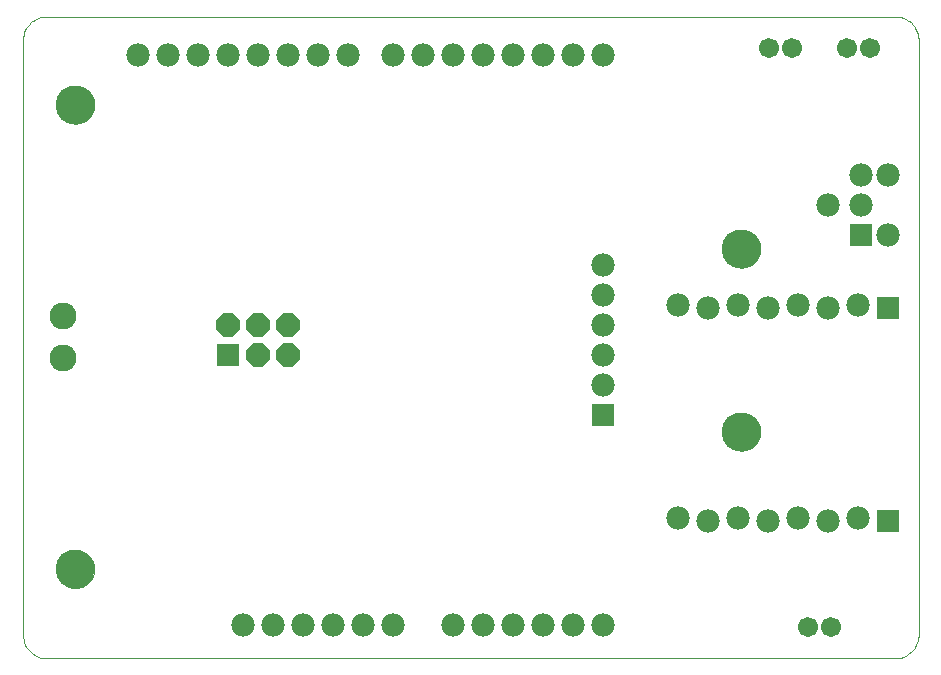
<source format=gbs>
G75*
%MOIN*%
%OFA0B0*%
%FSLAX25Y25*%
%IPPOS*%
%LPD*%
%AMOC8*
5,1,8,0,0,1.08239X$1,22.5*
%
%ADD10C,0.00394*%
%ADD11C,0.00000*%
%ADD12C,0.12998*%
%ADD13R,0.07800X0.07800*%
%ADD14OC8,0.07800*%
%ADD15C,0.07800*%
%ADD16C,0.09000*%
%ADD17C,0.06699*%
D10*
X0012314Y0008797D02*
X0011600Y0009511D01*
X0011277Y0009901D01*
X0010993Y0010321D01*
X0010710Y0010740D01*
X0010465Y0011187D01*
X0010065Y0012128D01*
X0009910Y0012622D01*
X0009805Y0013133D01*
X0009699Y0013645D01*
X0009644Y0014174D01*
X0009644Y0213440D01*
X0009699Y0213969D01*
X0009805Y0214481D01*
X0009910Y0214992D01*
X0010065Y0215486D01*
X0010465Y0216427D01*
X0010710Y0216874D01*
X0010993Y0217294D01*
X0011277Y0217713D01*
X0011600Y0218103D01*
X0012314Y0218817D01*
X0012704Y0219140D01*
X0013123Y0219424D01*
X0013542Y0219707D01*
X0013990Y0219952D01*
X0014931Y0220352D01*
X0015425Y0220507D01*
X0015936Y0220612D01*
X0016448Y0220718D01*
X0016977Y0220773D01*
X0300832Y0220773D01*
X0301361Y0220718D01*
X0301872Y0220612D01*
X0302383Y0220507D01*
X0302877Y0220352D01*
X0303818Y0219952D01*
X0304266Y0219707D01*
X0304685Y0219424D01*
X0305104Y0219140D01*
X0305495Y0218817D01*
X0306208Y0218103D01*
X0306531Y0217713D01*
X0306815Y0217294D01*
X0307099Y0216874D01*
X0307343Y0216427D01*
X0307743Y0215486D01*
X0307898Y0214992D01*
X0308004Y0214481D01*
X0308109Y0213969D01*
X0308164Y0213440D01*
X0308164Y0014174D01*
X0308109Y0013645D01*
X0308004Y0013133D01*
X0307898Y0012622D01*
X0307743Y0012128D01*
X0307343Y0011187D01*
X0307099Y0010740D01*
X0306815Y0010321D01*
X0306531Y0009901D01*
X0306208Y0009511D01*
X0305495Y0008797D01*
X0305104Y0008474D01*
X0304685Y0008191D01*
X0304266Y0007907D01*
X0303818Y0007662D01*
X0302877Y0007262D01*
X0302383Y0007107D01*
X0301872Y0007002D01*
X0301361Y0006896D01*
X0300832Y0006841D01*
X0016977Y0006841D01*
X0016448Y0006896D01*
X0015936Y0007002D01*
X0015425Y0007107D01*
X0014931Y0007262D01*
X0013990Y0007662D01*
X0013542Y0007907D01*
X0013123Y0008191D01*
X0012704Y0008474D01*
X0012314Y0008797D01*
D11*
X0020801Y0036600D02*
X0020803Y0036758D01*
X0020809Y0036916D01*
X0020819Y0037074D01*
X0020833Y0037232D01*
X0020851Y0037389D01*
X0020872Y0037546D01*
X0020898Y0037702D01*
X0020928Y0037858D01*
X0020961Y0038013D01*
X0020999Y0038166D01*
X0021040Y0038319D01*
X0021085Y0038471D01*
X0021134Y0038622D01*
X0021187Y0038771D01*
X0021243Y0038919D01*
X0021303Y0039065D01*
X0021367Y0039210D01*
X0021435Y0039353D01*
X0021506Y0039495D01*
X0021580Y0039635D01*
X0021658Y0039772D01*
X0021740Y0039908D01*
X0021824Y0040042D01*
X0021913Y0040173D01*
X0022004Y0040302D01*
X0022099Y0040429D01*
X0022196Y0040554D01*
X0022297Y0040676D01*
X0022401Y0040795D01*
X0022508Y0040912D01*
X0022618Y0041026D01*
X0022731Y0041137D01*
X0022846Y0041246D01*
X0022964Y0041351D01*
X0023085Y0041453D01*
X0023208Y0041553D01*
X0023334Y0041649D01*
X0023462Y0041742D01*
X0023592Y0041832D01*
X0023725Y0041918D01*
X0023860Y0042002D01*
X0023996Y0042081D01*
X0024135Y0042158D01*
X0024276Y0042230D01*
X0024418Y0042300D01*
X0024562Y0042365D01*
X0024708Y0042427D01*
X0024855Y0042485D01*
X0025004Y0042540D01*
X0025154Y0042591D01*
X0025305Y0042638D01*
X0025457Y0042681D01*
X0025610Y0042720D01*
X0025765Y0042756D01*
X0025920Y0042787D01*
X0026076Y0042815D01*
X0026232Y0042839D01*
X0026389Y0042859D01*
X0026547Y0042875D01*
X0026704Y0042887D01*
X0026863Y0042895D01*
X0027021Y0042899D01*
X0027179Y0042899D01*
X0027337Y0042895D01*
X0027496Y0042887D01*
X0027653Y0042875D01*
X0027811Y0042859D01*
X0027968Y0042839D01*
X0028124Y0042815D01*
X0028280Y0042787D01*
X0028435Y0042756D01*
X0028590Y0042720D01*
X0028743Y0042681D01*
X0028895Y0042638D01*
X0029046Y0042591D01*
X0029196Y0042540D01*
X0029345Y0042485D01*
X0029492Y0042427D01*
X0029638Y0042365D01*
X0029782Y0042300D01*
X0029924Y0042230D01*
X0030065Y0042158D01*
X0030204Y0042081D01*
X0030340Y0042002D01*
X0030475Y0041918D01*
X0030608Y0041832D01*
X0030738Y0041742D01*
X0030866Y0041649D01*
X0030992Y0041553D01*
X0031115Y0041453D01*
X0031236Y0041351D01*
X0031354Y0041246D01*
X0031469Y0041137D01*
X0031582Y0041026D01*
X0031692Y0040912D01*
X0031799Y0040795D01*
X0031903Y0040676D01*
X0032004Y0040554D01*
X0032101Y0040429D01*
X0032196Y0040302D01*
X0032287Y0040173D01*
X0032376Y0040042D01*
X0032460Y0039908D01*
X0032542Y0039772D01*
X0032620Y0039635D01*
X0032694Y0039495D01*
X0032765Y0039353D01*
X0032833Y0039210D01*
X0032897Y0039065D01*
X0032957Y0038919D01*
X0033013Y0038771D01*
X0033066Y0038622D01*
X0033115Y0038471D01*
X0033160Y0038319D01*
X0033201Y0038166D01*
X0033239Y0038013D01*
X0033272Y0037858D01*
X0033302Y0037702D01*
X0033328Y0037546D01*
X0033349Y0037389D01*
X0033367Y0037232D01*
X0033381Y0037074D01*
X0033391Y0036916D01*
X0033397Y0036758D01*
X0033399Y0036600D01*
X0033397Y0036442D01*
X0033391Y0036284D01*
X0033381Y0036126D01*
X0033367Y0035968D01*
X0033349Y0035811D01*
X0033328Y0035654D01*
X0033302Y0035498D01*
X0033272Y0035342D01*
X0033239Y0035187D01*
X0033201Y0035034D01*
X0033160Y0034881D01*
X0033115Y0034729D01*
X0033066Y0034578D01*
X0033013Y0034429D01*
X0032957Y0034281D01*
X0032897Y0034135D01*
X0032833Y0033990D01*
X0032765Y0033847D01*
X0032694Y0033705D01*
X0032620Y0033565D01*
X0032542Y0033428D01*
X0032460Y0033292D01*
X0032376Y0033158D01*
X0032287Y0033027D01*
X0032196Y0032898D01*
X0032101Y0032771D01*
X0032004Y0032646D01*
X0031903Y0032524D01*
X0031799Y0032405D01*
X0031692Y0032288D01*
X0031582Y0032174D01*
X0031469Y0032063D01*
X0031354Y0031954D01*
X0031236Y0031849D01*
X0031115Y0031747D01*
X0030992Y0031647D01*
X0030866Y0031551D01*
X0030738Y0031458D01*
X0030608Y0031368D01*
X0030475Y0031282D01*
X0030340Y0031198D01*
X0030204Y0031119D01*
X0030065Y0031042D01*
X0029924Y0030970D01*
X0029782Y0030900D01*
X0029638Y0030835D01*
X0029492Y0030773D01*
X0029345Y0030715D01*
X0029196Y0030660D01*
X0029046Y0030609D01*
X0028895Y0030562D01*
X0028743Y0030519D01*
X0028590Y0030480D01*
X0028435Y0030444D01*
X0028280Y0030413D01*
X0028124Y0030385D01*
X0027968Y0030361D01*
X0027811Y0030341D01*
X0027653Y0030325D01*
X0027496Y0030313D01*
X0027337Y0030305D01*
X0027179Y0030301D01*
X0027021Y0030301D01*
X0026863Y0030305D01*
X0026704Y0030313D01*
X0026547Y0030325D01*
X0026389Y0030341D01*
X0026232Y0030361D01*
X0026076Y0030385D01*
X0025920Y0030413D01*
X0025765Y0030444D01*
X0025610Y0030480D01*
X0025457Y0030519D01*
X0025305Y0030562D01*
X0025154Y0030609D01*
X0025004Y0030660D01*
X0024855Y0030715D01*
X0024708Y0030773D01*
X0024562Y0030835D01*
X0024418Y0030900D01*
X0024276Y0030970D01*
X0024135Y0031042D01*
X0023996Y0031119D01*
X0023860Y0031198D01*
X0023725Y0031282D01*
X0023592Y0031368D01*
X0023462Y0031458D01*
X0023334Y0031551D01*
X0023208Y0031647D01*
X0023085Y0031747D01*
X0022964Y0031849D01*
X0022846Y0031954D01*
X0022731Y0032063D01*
X0022618Y0032174D01*
X0022508Y0032288D01*
X0022401Y0032405D01*
X0022297Y0032524D01*
X0022196Y0032646D01*
X0022099Y0032771D01*
X0022004Y0032898D01*
X0021913Y0033027D01*
X0021824Y0033158D01*
X0021740Y0033292D01*
X0021658Y0033428D01*
X0021580Y0033565D01*
X0021506Y0033705D01*
X0021435Y0033847D01*
X0021367Y0033990D01*
X0021303Y0034135D01*
X0021243Y0034281D01*
X0021187Y0034429D01*
X0021134Y0034578D01*
X0021085Y0034729D01*
X0021040Y0034881D01*
X0020999Y0035034D01*
X0020961Y0035187D01*
X0020928Y0035342D01*
X0020898Y0035498D01*
X0020872Y0035654D01*
X0020851Y0035811D01*
X0020833Y0035968D01*
X0020819Y0036126D01*
X0020809Y0036284D01*
X0020803Y0036442D01*
X0020801Y0036600D01*
X0020801Y0191400D02*
X0020803Y0191558D01*
X0020809Y0191716D01*
X0020819Y0191874D01*
X0020833Y0192032D01*
X0020851Y0192189D01*
X0020872Y0192346D01*
X0020898Y0192502D01*
X0020928Y0192658D01*
X0020961Y0192813D01*
X0020999Y0192966D01*
X0021040Y0193119D01*
X0021085Y0193271D01*
X0021134Y0193422D01*
X0021187Y0193571D01*
X0021243Y0193719D01*
X0021303Y0193865D01*
X0021367Y0194010D01*
X0021435Y0194153D01*
X0021506Y0194295D01*
X0021580Y0194435D01*
X0021658Y0194572D01*
X0021740Y0194708D01*
X0021824Y0194842D01*
X0021913Y0194973D01*
X0022004Y0195102D01*
X0022099Y0195229D01*
X0022196Y0195354D01*
X0022297Y0195476D01*
X0022401Y0195595D01*
X0022508Y0195712D01*
X0022618Y0195826D01*
X0022731Y0195937D01*
X0022846Y0196046D01*
X0022964Y0196151D01*
X0023085Y0196253D01*
X0023208Y0196353D01*
X0023334Y0196449D01*
X0023462Y0196542D01*
X0023592Y0196632D01*
X0023725Y0196718D01*
X0023860Y0196802D01*
X0023996Y0196881D01*
X0024135Y0196958D01*
X0024276Y0197030D01*
X0024418Y0197100D01*
X0024562Y0197165D01*
X0024708Y0197227D01*
X0024855Y0197285D01*
X0025004Y0197340D01*
X0025154Y0197391D01*
X0025305Y0197438D01*
X0025457Y0197481D01*
X0025610Y0197520D01*
X0025765Y0197556D01*
X0025920Y0197587D01*
X0026076Y0197615D01*
X0026232Y0197639D01*
X0026389Y0197659D01*
X0026547Y0197675D01*
X0026704Y0197687D01*
X0026863Y0197695D01*
X0027021Y0197699D01*
X0027179Y0197699D01*
X0027337Y0197695D01*
X0027496Y0197687D01*
X0027653Y0197675D01*
X0027811Y0197659D01*
X0027968Y0197639D01*
X0028124Y0197615D01*
X0028280Y0197587D01*
X0028435Y0197556D01*
X0028590Y0197520D01*
X0028743Y0197481D01*
X0028895Y0197438D01*
X0029046Y0197391D01*
X0029196Y0197340D01*
X0029345Y0197285D01*
X0029492Y0197227D01*
X0029638Y0197165D01*
X0029782Y0197100D01*
X0029924Y0197030D01*
X0030065Y0196958D01*
X0030204Y0196881D01*
X0030340Y0196802D01*
X0030475Y0196718D01*
X0030608Y0196632D01*
X0030738Y0196542D01*
X0030866Y0196449D01*
X0030992Y0196353D01*
X0031115Y0196253D01*
X0031236Y0196151D01*
X0031354Y0196046D01*
X0031469Y0195937D01*
X0031582Y0195826D01*
X0031692Y0195712D01*
X0031799Y0195595D01*
X0031903Y0195476D01*
X0032004Y0195354D01*
X0032101Y0195229D01*
X0032196Y0195102D01*
X0032287Y0194973D01*
X0032376Y0194842D01*
X0032460Y0194708D01*
X0032542Y0194572D01*
X0032620Y0194435D01*
X0032694Y0194295D01*
X0032765Y0194153D01*
X0032833Y0194010D01*
X0032897Y0193865D01*
X0032957Y0193719D01*
X0033013Y0193571D01*
X0033066Y0193422D01*
X0033115Y0193271D01*
X0033160Y0193119D01*
X0033201Y0192966D01*
X0033239Y0192813D01*
X0033272Y0192658D01*
X0033302Y0192502D01*
X0033328Y0192346D01*
X0033349Y0192189D01*
X0033367Y0192032D01*
X0033381Y0191874D01*
X0033391Y0191716D01*
X0033397Y0191558D01*
X0033399Y0191400D01*
X0033397Y0191242D01*
X0033391Y0191084D01*
X0033381Y0190926D01*
X0033367Y0190768D01*
X0033349Y0190611D01*
X0033328Y0190454D01*
X0033302Y0190298D01*
X0033272Y0190142D01*
X0033239Y0189987D01*
X0033201Y0189834D01*
X0033160Y0189681D01*
X0033115Y0189529D01*
X0033066Y0189378D01*
X0033013Y0189229D01*
X0032957Y0189081D01*
X0032897Y0188935D01*
X0032833Y0188790D01*
X0032765Y0188647D01*
X0032694Y0188505D01*
X0032620Y0188365D01*
X0032542Y0188228D01*
X0032460Y0188092D01*
X0032376Y0187958D01*
X0032287Y0187827D01*
X0032196Y0187698D01*
X0032101Y0187571D01*
X0032004Y0187446D01*
X0031903Y0187324D01*
X0031799Y0187205D01*
X0031692Y0187088D01*
X0031582Y0186974D01*
X0031469Y0186863D01*
X0031354Y0186754D01*
X0031236Y0186649D01*
X0031115Y0186547D01*
X0030992Y0186447D01*
X0030866Y0186351D01*
X0030738Y0186258D01*
X0030608Y0186168D01*
X0030475Y0186082D01*
X0030340Y0185998D01*
X0030204Y0185919D01*
X0030065Y0185842D01*
X0029924Y0185770D01*
X0029782Y0185700D01*
X0029638Y0185635D01*
X0029492Y0185573D01*
X0029345Y0185515D01*
X0029196Y0185460D01*
X0029046Y0185409D01*
X0028895Y0185362D01*
X0028743Y0185319D01*
X0028590Y0185280D01*
X0028435Y0185244D01*
X0028280Y0185213D01*
X0028124Y0185185D01*
X0027968Y0185161D01*
X0027811Y0185141D01*
X0027653Y0185125D01*
X0027496Y0185113D01*
X0027337Y0185105D01*
X0027179Y0185101D01*
X0027021Y0185101D01*
X0026863Y0185105D01*
X0026704Y0185113D01*
X0026547Y0185125D01*
X0026389Y0185141D01*
X0026232Y0185161D01*
X0026076Y0185185D01*
X0025920Y0185213D01*
X0025765Y0185244D01*
X0025610Y0185280D01*
X0025457Y0185319D01*
X0025305Y0185362D01*
X0025154Y0185409D01*
X0025004Y0185460D01*
X0024855Y0185515D01*
X0024708Y0185573D01*
X0024562Y0185635D01*
X0024418Y0185700D01*
X0024276Y0185770D01*
X0024135Y0185842D01*
X0023996Y0185919D01*
X0023860Y0185998D01*
X0023725Y0186082D01*
X0023592Y0186168D01*
X0023462Y0186258D01*
X0023334Y0186351D01*
X0023208Y0186447D01*
X0023085Y0186547D01*
X0022964Y0186649D01*
X0022846Y0186754D01*
X0022731Y0186863D01*
X0022618Y0186974D01*
X0022508Y0187088D01*
X0022401Y0187205D01*
X0022297Y0187324D01*
X0022196Y0187446D01*
X0022099Y0187571D01*
X0022004Y0187698D01*
X0021913Y0187827D01*
X0021824Y0187958D01*
X0021740Y0188092D01*
X0021658Y0188228D01*
X0021580Y0188365D01*
X0021506Y0188505D01*
X0021435Y0188647D01*
X0021367Y0188790D01*
X0021303Y0188935D01*
X0021243Y0189081D01*
X0021187Y0189229D01*
X0021134Y0189378D01*
X0021085Y0189529D01*
X0021040Y0189681D01*
X0020999Y0189834D01*
X0020961Y0189987D01*
X0020928Y0190142D01*
X0020898Y0190298D01*
X0020872Y0190454D01*
X0020851Y0190611D01*
X0020833Y0190768D01*
X0020819Y0190926D01*
X0020809Y0191084D01*
X0020803Y0191242D01*
X0020801Y0191400D01*
X0242801Y0143400D02*
X0242803Y0143558D01*
X0242809Y0143716D01*
X0242819Y0143874D01*
X0242833Y0144032D01*
X0242851Y0144189D01*
X0242872Y0144346D01*
X0242898Y0144502D01*
X0242928Y0144658D01*
X0242961Y0144813D01*
X0242999Y0144966D01*
X0243040Y0145119D01*
X0243085Y0145271D01*
X0243134Y0145422D01*
X0243187Y0145571D01*
X0243243Y0145719D01*
X0243303Y0145865D01*
X0243367Y0146010D01*
X0243435Y0146153D01*
X0243506Y0146295D01*
X0243580Y0146435D01*
X0243658Y0146572D01*
X0243740Y0146708D01*
X0243824Y0146842D01*
X0243913Y0146973D01*
X0244004Y0147102D01*
X0244099Y0147229D01*
X0244196Y0147354D01*
X0244297Y0147476D01*
X0244401Y0147595D01*
X0244508Y0147712D01*
X0244618Y0147826D01*
X0244731Y0147937D01*
X0244846Y0148046D01*
X0244964Y0148151D01*
X0245085Y0148253D01*
X0245208Y0148353D01*
X0245334Y0148449D01*
X0245462Y0148542D01*
X0245592Y0148632D01*
X0245725Y0148718D01*
X0245860Y0148802D01*
X0245996Y0148881D01*
X0246135Y0148958D01*
X0246276Y0149030D01*
X0246418Y0149100D01*
X0246562Y0149165D01*
X0246708Y0149227D01*
X0246855Y0149285D01*
X0247004Y0149340D01*
X0247154Y0149391D01*
X0247305Y0149438D01*
X0247457Y0149481D01*
X0247610Y0149520D01*
X0247765Y0149556D01*
X0247920Y0149587D01*
X0248076Y0149615D01*
X0248232Y0149639D01*
X0248389Y0149659D01*
X0248547Y0149675D01*
X0248704Y0149687D01*
X0248863Y0149695D01*
X0249021Y0149699D01*
X0249179Y0149699D01*
X0249337Y0149695D01*
X0249496Y0149687D01*
X0249653Y0149675D01*
X0249811Y0149659D01*
X0249968Y0149639D01*
X0250124Y0149615D01*
X0250280Y0149587D01*
X0250435Y0149556D01*
X0250590Y0149520D01*
X0250743Y0149481D01*
X0250895Y0149438D01*
X0251046Y0149391D01*
X0251196Y0149340D01*
X0251345Y0149285D01*
X0251492Y0149227D01*
X0251638Y0149165D01*
X0251782Y0149100D01*
X0251924Y0149030D01*
X0252065Y0148958D01*
X0252204Y0148881D01*
X0252340Y0148802D01*
X0252475Y0148718D01*
X0252608Y0148632D01*
X0252738Y0148542D01*
X0252866Y0148449D01*
X0252992Y0148353D01*
X0253115Y0148253D01*
X0253236Y0148151D01*
X0253354Y0148046D01*
X0253469Y0147937D01*
X0253582Y0147826D01*
X0253692Y0147712D01*
X0253799Y0147595D01*
X0253903Y0147476D01*
X0254004Y0147354D01*
X0254101Y0147229D01*
X0254196Y0147102D01*
X0254287Y0146973D01*
X0254376Y0146842D01*
X0254460Y0146708D01*
X0254542Y0146572D01*
X0254620Y0146435D01*
X0254694Y0146295D01*
X0254765Y0146153D01*
X0254833Y0146010D01*
X0254897Y0145865D01*
X0254957Y0145719D01*
X0255013Y0145571D01*
X0255066Y0145422D01*
X0255115Y0145271D01*
X0255160Y0145119D01*
X0255201Y0144966D01*
X0255239Y0144813D01*
X0255272Y0144658D01*
X0255302Y0144502D01*
X0255328Y0144346D01*
X0255349Y0144189D01*
X0255367Y0144032D01*
X0255381Y0143874D01*
X0255391Y0143716D01*
X0255397Y0143558D01*
X0255399Y0143400D01*
X0255397Y0143242D01*
X0255391Y0143084D01*
X0255381Y0142926D01*
X0255367Y0142768D01*
X0255349Y0142611D01*
X0255328Y0142454D01*
X0255302Y0142298D01*
X0255272Y0142142D01*
X0255239Y0141987D01*
X0255201Y0141834D01*
X0255160Y0141681D01*
X0255115Y0141529D01*
X0255066Y0141378D01*
X0255013Y0141229D01*
X0254957Y0141081D01*
X0254897Y0140935D01*
X0254833Y0140790D01*
X0254765Y0140647D01*
X0254694Y0140505D01*
X0254620Y0140365D01*
X0254542Y0140228D01*
X0254460Y0140092D01*
X0254376Y0139958D01*
X0254287Y0139827D01*
X0254196Y0139698D01*
X0254101Y0139571D01*
X0254004Y0139446D01*
X0253903Y0139324D01*
X0253799Y0139205D01*
X0253692Y0139088D01*
X0253582Y0138974D01*
X0253469Y0138863D01*
X0253354Y0138754D01*
X0253236Y0138649D01*
X0253115Y0138547D01*
X0252992Y0138447D01*
X0252866Y0138351D01*
X0252738Y0138258D01*
X0252608Y0138168D01*
X0252475Y0138082D01*
X0252340Y0137998D01*
X0252204Y0137919D01*
X0252065Y0137842D01*
X0251924Y0137770D01*
X0251782Y0137700D01*
X0251638Y0137635D01*
X0251492Y0137573D01*
X0251345Y0137515D01*
X0251196Y0137460D01*
X0251046Y0137409D01*
X0250895Y0137362D01*
X0250743Y0137319D01*
X0250590Y0137280D01*
X0250435Y0137244D01*
X0250280Y0137213D01*
X0250124Y0137185D01*
X0249968Y0137161D01*
X0249811Y0137141D01*
X0249653Y0137125D01*
X0249496Y0137113D01*
X0249337Y0137105D01*
X0249179Y0137101D01*
X0249021Y0137101D01*
X0248863Y0137105D01*
X0248704Y0137113D01*
X0248547Y0137125D01*
X0248389Y0137141D01*
X0248232Y0137161D01*
X0248076Y0137185D01*
X0247920Y0137213D01*
X0247765Y0137244D01*
X0247610Y0137280D01*
X0247457Y0137319D01*
X0247305Y0137362D01*
X0247154Y0137409D01*
X0247004Y0137460D01*
X0246855Y0137515D01*
X0246708Y0137573D01*
X0246562Y0137635D01*
X0246418Y0137700D01*
X0246276Y0137770D01*
X0246135Y0137842D01*
X0245996Y0137919D01*
X0245860Y0137998D01*
X0245725Y0138082D01*
X0245592Y0138168D01*
X0245462Y0138258D01*
X0245334Y0138351D01*
X0245208Y0138447D01*
X0245085Y0138547D01*
X0244964Y0138649D01*
X0244846Y0138754D01*
X0244731Y0138863D01*
X0244618Y0138974D01*
X0244508Y0139088D01*
X0244401Y0139205D01*
X0244297Y0139324D01*
X0244196Y0139446D01*
X0244099Y0139571D01*
X0244004Y0139698D01*
X0243913Y0139827D01*
X0243824Y0139958D01*
X0243740Y0140092D01*
X0243658Y0140228D01*
X0243580Y0140365D01*
X0243506Y0140505D01*
X0243435Y0140647D01*
X0243367Y0140790D01*
X0243303Y0140935D01*
X0243243Y0141081D01*
X0243187Y0141229D01*
X0243134Y0141378D01*
X0243085Y0141529D01*
X0243040Y0141681D01*
X0242999Y0141834D01*
X0242961Y0141987D01*
X0242928Y0142142D01*
X0242898Y0142298D01*
X0242872Y0142454D01*
X0242851Y0142611D01*
X0242833Y0142768D01*
X0242819Y0142926D01*
X0242809Y0143084D01*
X0242803Y0143242D01*
X0242801Y0143400D01*
X0242801Y0082400D02*
X0242803Y0082558D01*
X0242809Y0082716D01*
X0242819Y0082874D01*
X0242833Y0083032D01*
X0242851Y0083189D01*
X0242872Y0083346D01*
X0242898Y0083502D01*
X0242928Y0083658D01*
X0242961Y0083813D01*
X0242999Y0083966D01*
X0243040Y0084119D01*
X0243085Y0084271D01*
X0243134Y0084422D01*
X0243187Y0084571D01*
X0243243Y0084719D01*
X0243303Y0084865D01*
X0243367Y0085010D01*
X0243435Y0085153D01*
X0243506Y0085295D01*
X0243580Y0085435D01*
X0243658Y0085572D01*
X0243740Y0085708D01*
X0243824Y0085842D01*
X0243913Y0085973D01*
X0244004Y0086102D01*
X0244099Y0086229D01*
X0244196Y0086354D01*
X0244297Y0086476D01*
X0244401Y0086595D01*
X0244508Y0086712D01*
X0244618Y0086826D01*
X0244731Y0086937D01*
X0244846Y0087046D01*
X0244964Y0087151D01*
X0245085Y0087253D01*
X0245208Y0087353D01*
X0245334Y0087449D01*
X0245462Y0087542D01*
X0245592Y0087632D01*
X0245725Y0087718D01*
X0245860Y0087802D01*
X0245996Y0087881D01*
X0246135Y0087958D01*
X0246276Y0088030D01*
X0246418Y0088100D01*
X0246562Y0088165D01*
X0246708Y0088227D01*
X0246855Y0088285D01*
X0247004Y0088340D01*
X0247154Y0088391D01*
X0247305Y0088438D01*
X0247457Y0088481D01*
X0247610Y0088520D01*
X0247765Y0088556D01*
X0247920Y0088587D01*
X0248076Y0088615D01*
X0248232Y0088639D01*
X0248389Y0088659D01*
X0248547Y0088675D01*
X0248704Y0088687D01*
X0248863Y0088695D01*
X0249021Y0088699D01*
X0249179Y0088699D01*
X0249337Y0088695D01*
X0249496Y0088687D01*
X0249653Y0088675D01*
X0249811Y0088659D01*
X0249968Y0088639D01*
X0250124Y0088615D01*
X0250280Y0088587D01*
X0250435Y0088556D01*
X0250590Y0088520D01*
X0250743Y0088481D01*
X0250895Y0088438D01*
X0251046Y0088391D01*
X0251196Y0088340D01*
X0251345Y0088285D01*
X0251492Y0088227D01*
X0251638Y0088165D01*
X0251782Y0088100D01*
X0251924Y0088030D01*
X0252065Y0087958D01*
X0252204Y0087881D01*
X0252340Y0087802D01*
X0252475Y0087718D01*
X0252608Y0087632D01*
X0252738Y0087542D01*
X0252866Y0087449D01*
X0252992Y0087353D01*
X0253115Y0087253D01*
X0253236Y0087151D01*
X0253354Y0087046D01*
X0253469Y0086937D01*
X0253582Y0086826D01*
X0253692Y0086712D01*
X0253799Y0086595D01*
X0253903Y0086476D01*
X0254004Y0086354D01*
X0254101Y0086229D01*
X0254196Y0086102D01*
X0254287Y0085973D01*
X0254376Y0085842D01*
X0254460Y0085708D01*
X0254542Y0085572D01*
X0254620Y0085435D01*
X0254694Y0085295D01*
X0254765Y0085153D01*
X0254833Y0085010D01*
X0254897Y0084865D01*
X0254957Y0084719D01*
X0255013Y0084571D01*
X0255066Y0084422D01*
X0255115Y0084271D01*
X0255160Y0084119D01*
X0255201Y0083966D01*
X0255239Y0083813D01*
X0255272Y0083658D01*
X0255302Y0083502D01*
X0255328Y0083346D01*
X0255349Y0083189D01*
X0255367Y0083032D01*
X0255381Y0082874D01*
X0255391Y0082716D01*
X0255397Y0082558D01*
X0255399Y0082400D01*
X0255397Y0082242D01*
X0255391Y0082084D01*
X0255381Y0081926D01*
X0255367Y0081768D01*
X0255349Y0081611D01*
X0255328Y0081454D01*
X0255302Y0081298D01*
X0255272Y0081142D01*
X0255239Y0080987D01*
X0255201Y0080834D01*
X0255160Y0080681D01*
X0255115Y0080529D01*
X0255066Y0080378D01*
X0255013Y0080229D01*
X0254957Y0080081D01*
X0254897Y0079935D01*
X0254833Y0079790D01*
X0254765Y0079647D01*
X0254694Y0079505D01*
X0254620Y0079365D01*
X0254542Y0079228D01*
X0254460Y0079092D01*
X0254376Y0078958D01*
X0254287Y0078827D01*
X0254196Y0078698D01*
X0254101Y0078571D01*
X0254004Y0078446D01*
X0253903Y0078324D01*
X0253799Y0078205D01*
X0253692Y0078088D01*
X0253582Y0077974D01*
X0253469Y0077863D01*
X0253354Y0077754D01*
X0253236Y0077649D01*
X0253115Y0077547D01*
X0252992Y0077447D01*
X0252866Y0077351D01*
X0252738Y0077258D01*
X0252608Y0077168D01*
X0252475Y0077082D01*
X0252340Y0076998D01*
X0252204Y0076919D01*
X0252065Y0076842D01*
X0251924Y0076770D01*
X0251782Y0076700D01*
X0251638Y0076635D01*
X0251492Y0076573D01*
X0251345Y0076515D01*
X0251196Y0076460D01*
X0251046Y0076409D01*
X0250895Y0076362D01*
X0250743Y0076319D01*
X0250590Y0076280D01*
X0250435Y0076244D01*
X0250280Y0076213D01*
X0250124Y0076185D01*
X0249968Y0076161D01*
X0249811Y0076141D01*
X0249653Y0076125D01*
X0249496Y0076113D01*
X0249337Y0076105D01*
X0249179Y0076101D01*
X0249021Y0076101D01*
X0248863Y0076105D01*
X0248704Y0076113D01*
X0248547Y0076125D01*
X0248389Y0076141D01*
X0248232Y0076161D01*
X0248076Y0076185D01*
X0247920Y0076213D01*
X0247765Y0076244D01*
X0247610Y0076280D01*
X0247457Y0076319D01*
X0247305Y0076362D01*
X0247154Y0076409D01*
X0247004Y0076460D01*
X0246855Y0076515D01*
X0246708Y0076573D01*
X0246562Y0076635D01*
X0246418Y0076700D01*
X0246276Y0076770D01*
X0246135Y0076842D01*
X0245996Y0076919D01*
X0245860Y0076998D01*
X0245725Y0077082D01*
X0245592Y0077168D01*
X0245462Y0077258D01*
X0245334Y0077351D01*
X0245208Y0077447D01*
X0245085Y0077547D01*
X0244964Y0077649D01*
X0244846Y0077754D01*
X0244731Y0077863D01*
X0244618Y0077974D01*
X0244508Y0078088D01*
X0244401Y0078205D01*
X0244297Y0078324D01*
X0244196Y0078446D01*
X0244099Y0078571D01*
X0244004Y0078698D01*
X0243913Y0078827D01*
X0243824Y0078958D01*
X0243740Y0079092D01*
X0243658Y0079228D01*
X0243580Y0079365D01*
X0243506Y0079505D01*
X0243435Y0079647D01*
X0243367Y0079790D01*
X0243303Y0079935D01*
X0243243Y0080081D01*
X0243187Y0080229D01*
X0243134Y0080378D01*
X0243085Y0080529D01*
X0243040Y0080681D01*
X0242999Y0080834D01*
X0242961Y0080987D01*
X0242928Y0081142D01*
X0242898Y0081298D01*
X0242872Y0081454D01*
X0242851Y0081611D01*
X0242833Y0081768D01*
X0242819Y0081926D01*
X0242809Y0082084D01*
X0242803Y0082242D01*
X0242801Y0082400D01*
D12*
X0249100Y0082400D03*
X0249100Y0143400D03*
X0027100Y0191400D03*
X0027100Y0036600D03*
D13*
X0078100Y0108100D03*
X0203100Y0088100D03*
X0289000Y0148000D03*
X0298100Y0123600D03*
X0298100Y0052600D03*
D14*
X0098100Y0108100D03*
X0088100Y0108100D03*
X0088100Y0118100D03*
X0078100Y0118100D03*
X0098100Y0118100D03*
D15*
X0203100Y0118100D03*
X0203100Y0108100D03*
X0203100Y0098100D03*
X0228100Y0124600D03*
X0238100Y0123600D03*
X0248100Y0124600D03*
X0258100Y0123600D03*
X0268100Y0124600D03*
X0278100Y0123600D03*
X0288100Y0124600D03*
X0298100Y0148100D03*
X0289000Y0158000D03*
X0278100Y0158100D03*
X0289000Y0168000D03*
X0298100Y0168100D03*
X0203100Y0138100D03*
X0203100Y0128100D03*
X0228100Y0053600D03*
X0238100Y0052600D03*
X0248100Y0053600D03*
X0258100Y0052600D03*
X0268100Y0053600D03*
X0278100Y0052600D03*
X0288100Y0053600D03*
X0203100Y0018100D03*
X0193100Y0018100D03*
X0183100Y0018100D03*
X0173100Y0018100D03*
X0163100Y0018100D03*
X0153100Y0018100D03*
X0133100Y0018100D03*
X0123100Y0018100D03*
X0113100Y0018100D03*
X0103100Y0018100D03*
X0093100Y0018100D03*
X0083100Y0018100D03*
X0078100Y0208100D03*
X0068100Y0208100D03*
X0058100Y0208100D03*
X0048100Y0208100D03*
X0088100Y0208100D03*
X0098100Y0208100D03*
X0108100Y0208100D03*
X0118100Y0208100D03*
X0133100Y0208100D03*
X0143100Y0208100D03*
X0153100Y0208100D03*
X0163100Y0208100D03*
X0173100Y0208100D03*
X0183100Y0208100D03*
X0193100Y0208100D03*
X0203100Y0208100D03*
D16*
X0023100Y0120793D03*
X0023100Y0107013D03*
D17*
X0258163Y0210265D03*
X0266037Y0210265D03*
X0284163Y0210265D03*
X0292037Y0210265D03*
X0279037Y0017435D03*
X0271163Y0017435D03*
M02*

</source>
